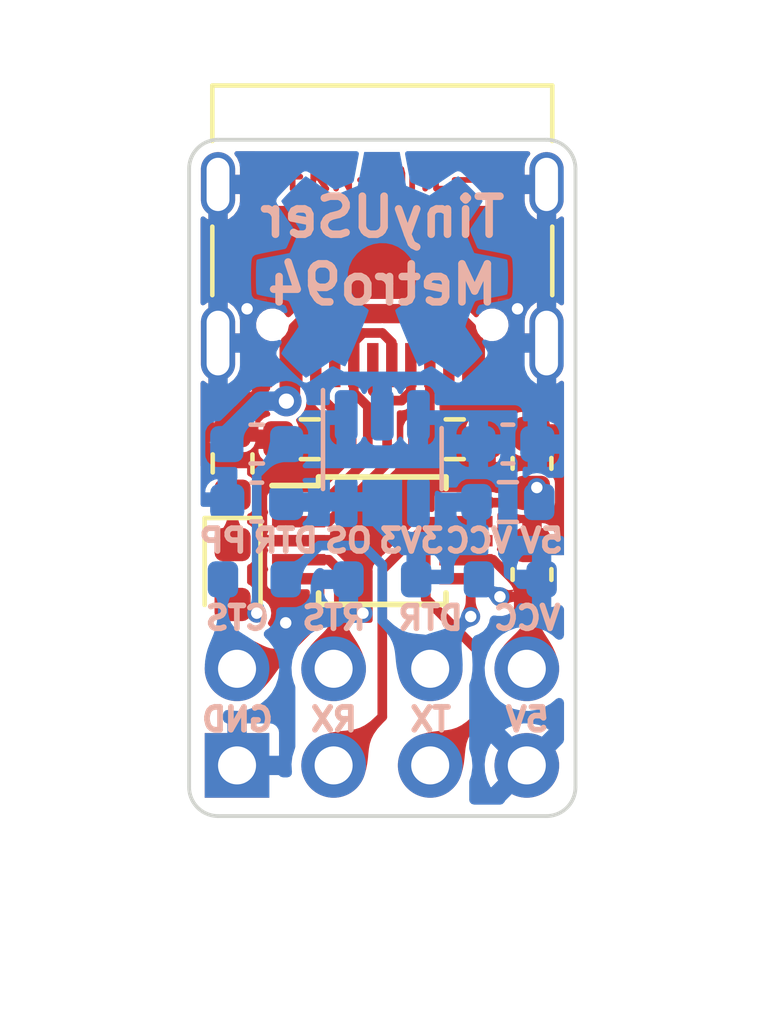
<source format=kicad_pcb>
(kicad_pcb (version 20211014) (generator pcbnew)
  (layers (0 "F.Cu" signal) (31 "B.Cu" signal) (34 "B.Paste" user) (35 "F.Paste" user) (36 "B.SilkS" user "B.Silkscreen") (37 "F.SilkS" user "F.Silkscreen") (38 "B.Mask" user) (39 "F.Mask" user) (44 "Edge.Cuts" user))
  (net 0 "")
  (net 1 "/+5V")
  (net 2 "GND")
  (net 3 "/+3V3")
  (net 4 "Net-(C3-Pad2)")
  (net 5 "/VCC")
  (net 6 "Net-(F1-Pad1)")
  (net 7 "Net-(J1-PadA5)")
  (net 8 "/D+")
  (net 9 "/D-")
  (net 11 "Net-(J1-PadB5)")
  (net 13 "/TNOW")
  (net 14 "/RTS")
  (net 15 "/CTS")
  (net 16 "/TXD")
  (net 17 "/RXD")
  (net 19 "Net-(D1-Pad1)")
  (footprint "Connector_Pin_NoSilkscreen:Pin_2x04_P2.54mm_NoSilkscreen" (layer "F.Cu") (at 59.68 64.708 -90)
    (fp_text reference "J2" hide)
    (fp_text value "Conn_02x04_Top_Bottom")
  )
  (footprint "Package_SO:MSOP-10_3x3mm_P0.5mm" (layer "F.Cu") (at 55.88 61.341)
    (fp_text reference "U2" hide)
    (fp_text value "CH340E")
  )
  (footprint "Capacitor_SMD:C_0603_1608Metric" (layer "F.Cu") (at 59.817 62.23 -90)
    (fp_text reference "C4" hide)
    (fp_text value "0.1μF")
  )
  (footprint "LED_SMD:LED_0603_1608Metric" (layer "F.Cu") (at 51.943 62.23 -90)
    (fp_text reference "D1" hide)
    (fp_text value "LED_Small")
  )
  (footprint "Connector_USB:USB_C_Receptacle_Palconn_UTC16-G" (layer "F.Cu") (at 55.88 54.215 180)
    (fp_text reference "J1" hide)
    (fp_text value "USB_C_Receptacle_USB2.0")
  )
  (footprint "Resistor_SMD:R_0603_1608Metric" (layer "F.Cu") (at 53.975 58.674 180)
    (fp_text reference "R2" hide)
    (fp_text value "5.1kΩ")
  )
  (footprint "Capacitor_SMD:C_0603_1608Metric" (layer "F.Cu") (at 59.817 59.309 -90)
    (fp_text reference "C3" hide)
    (fp_text value "0.1μF")
  )
  (footprint "Resistor_SMD:R_0603_1608Metric" (layer "F.Cu") (at 51.943 59.309 90)
    (fp_text reference "R4" hide)
    (fp_text value "5.1kΩ")
  )
  (footprint "Resistor_SMD:R_0603_1608Metric" (layer "F.Cu") (at 57.785 58.674)
    (fp_text reference "R1" hide)
    (fp_text value "5.1kΩ")
  )
  (footprint "Fuse:Fuse_0603_1608Metric" (layer "B.Cu") (at 52.578 58.801)
    (fp_text reference "F1" hide)
    (fp_text value "Fuse_Small")
  )
  (footprint "Jumper_NoSilkscreen:Jumper-3" (layer "B.Cu") (at 53.34 62.357 180)
    (fp_text reference "JP2" hide)
    (fp_text value "Jumper_3_Open")
  )
  (footprint "Capacitor_SMD:C_0603_1608Metric" (layer "B.Cu") (at 59.182 58.801)
    (fp_text reference "C1" hide)
    (fp_text value "1μF")
  )
  (footprint "Resistor_SMD:R_0603_1608Metric" (layer "B.Cu") (at 59.182 60.325)
    (fp_text reference "R3" hide)
    (fp_text value "0Ω")
  )
  (footprint "Package_TO_SOT_SMD:SOT-23-5" (layer "B.Cu") (at 55.88 59.182 -90)
    (fp_text reference "U1" hide)
    (fp_text value "ME6211C33M5G")
  )
  (footprint "Jumper_NoSilkscreen:Jumper-3" (layer "B.Cu") (at 58.42 62.357 180)
    (fp_text reference "JP1" hide)
    (fp_text value "Jumper_3_Open")
  )
  (footprint "Capacitor_SMD:C_0603_1608Metric" (layer "B.Cu") (at 52.578 60.325 180)
    (fp_text reference "C2" hide)
    (fp_text value "1μF")
  )
  (footprint "Symbol:OSHW-Symbol_6.7x6mm_Copper" (layer "B.Cu") (at 55.88 54.102 180)
    (fp_text reference "REF**" hide)
    (fp_text value "OSHW-Symbol_6.7x6mm_Copper" hide)
  )
  (gr_line (start 60.96 51.562) (end 60.96 67.818) (layer "Edge.Cuts") (width 0.1))
  (gr_line (start 51.562 68.58) (end 60.198 68.58) (layer "Edge.Cuts") (width 0.1))
  (gr_arc (start 50.8 51.562) (mid 51.023185 51.023185) (end 51.562 50.8) (layer "Edge.Cuts") (width 0.1))
  (gr_arc (start 51.562 68.58) (mid 51.023185 68.356815) (end 50.8 67.818) (layer "Edge.Cuts") (width 0.1))
  (gr_arc (start 60.198 50.8) (mid 60.736815 51.023185) (end 60.96 51.562) (layer "Edge.Cuts") (width 0.1))
  (gr_line (start 50.8 51.562) (end 50.8 67.818) (layer "Edge.Cuts") (width 0.1))
  (gr_line (start 51.562 50.8) (end 60.198 50.8) (layer "Edge.Cuts") (width 0.1))
  (gr_arc (start 60.96 67.818) (mid 60.736815 68.356815) (end 60.198 68.58) (layer "Edge.Cuts") (width 0.1))
  (gr_text "CERN-OHL-P" (at 55.88 51.816) (layer "F.Cu") (effects (font (size 0.6 0.6))))
  (gr_text "GND" (at 52.07 66.04) (layer "B.SilkS") (effects (font (size 0.6 0.6)) (justify mirror)))
  (gr_text "CTS" (at 52.07 63.373) (layer "B.SilkS") (effects (font (size 0.6 0.6)) (justify mirror)))
  (gr_text "RX" (at 54.61 66.04) (layer "B.SilkS") (effects (font (size 0.6 0.6)) (justify mirror)))
  (gr_text "Metro94" (at 55.88 54.61) (layer "B.SilkS") (effects (font (size 1 1) (thickness 0.2)) (justify mirror)))
  (gr_text "3V3" (at 56.642 61.341) (layer "B.SilkS") (effects (font (size 0.6 0.6)) (justify mirror)))
  (gr_text "PP" (at 51.689 61.341) (layer "B.SilkS") (effects (font (size 0.6 0.6)) (justify mirror)))
  (gr_text "TinyUSer" (at 55.88 52.832) (layer "B.SilkS") (effects (font (size 1 1) (thickness 0.2)) (justify mirror)))
  (gr_text "VCC" (at 59.69 63.373) (layer "B.SilkS") (effects (font (size 0.6 0.6)) (justify mirror)))
  (gr_text "TX" (at 57.15 66.04) (layer "B.SilkS") (effects (font (size 0.6 0.6)) (justify mirror)))
  (gr_text "5V" (at 59.69 66.04) (layer "B.SilkS") (effects (font (size 0.6 0.6)) (justify mirror)))
  (gr_text "DTR" (at 53.34 61.341) (layer "B.SilkS") (effects (font (size 0.6 0.6)) (justify mirror)))
  (gr_text "OS" (at 54.991 61.341) (layer "B.SilkS") (effects (font (size 0.6 0.6)) (justify mirror)))
  (gr_text "RTS" (at 54.61 63.373) (layer "B.SilkS") (effects (font (size 0.6 0.6)) (justify mirror)))
  (gr_text "DTR" (at 57.15 63.373) (layer "B.SilkS") (effects (font (size 0.6 0.6)) (justify mirror)))
  (gr_text "5V" (at 60.071 61.341) (layer "B.SilkS") (effects (font (size 0.6 0.6)) (justify mirror)))
  (gr_text "VCC" (at 58.42 61.341) (layer "B.SilkS") (effects (font (size 0.6 0.6)) (justify mirror)))
  (via (at 52.578 63.246) (size 0.5) (drill 0.3) (layers "F.Cu" "B.Cu") (net 1))
  (segment (start 52.578 63.246) (end 52.578 59.5885) (width 0.254) (layer "B.Cu") (net 1))
  (segment (start 56.83 58.0445) (end 56.83 58.486) (width 0.254) (layer "B.Cu") (net 1))
  (segment (start 54.93 58.486) (end 54.93 58.0445) (width 0.254) (layer "B.Cu") (net 1))
  (segment (start 52.578 59.5885) (end 53.3655 58.801) (width 0.254) (layer "B.Cu") (net 1))
  (via (at 53.34 63.5) (size 0.5) (drill 0.3) (layers "F.Cu" "B.Cu") (net 2))
  (via (at 59.436 55.245) (size 0.5) (drill 0.3) (layers "F.Cu" "B.Cu") (net 2))
  (via (at 55.372 63.246) (size 0.5) (drill 0.3) (layers "F.Cu" "B.Cu") (net 2))
  (via (at 52.324 55.245) (size 0.5) (drill 0.3) (layers "F.Cu" "B.Cu") (net 2))
  (segment (start 51.803 60.198) (end 51.803 60.325) (width 0.254) (layer "B.Cu") (net 2))
  (segment (start 51.943 60.058) (end 51.803 60.198) (width 0.254) (layer "B.Cu") (net 2))
  (segment (start 53.353 60.325) (end 53.3585 60.3195) (width 0.254) (layer "B.Cu") (net 3))
  (segment (start 58.08 60.341) (end 59.56 60.341) (width 0.254) (layer "F.Cu") (net 4))
  (segment (start 59.944 59.944) (end 59.817 60.071) (width 0.254) (layer "F.Cu") (net 4))
  (segment (start 59.56 60.341) (end 59.817 60.084) (width 0.254) (layer "F.Cu") (net 4))
  (segment (start 59.817 60.071) (end 59.817 60.084) (width 0.254) (layer "F.Cu") (net 4))
  (via (at 59.944 59.944) (size 0.5) (drill 0.3) (layers "F.Cu" "B.Cu") (net 4))
  (segment (start 59.944 59.944) (end 60.007 60.007) (width 0.254) (layer "B.Cu") (net 4))
  (segment (start 60.007 60.007) (end 60.007 60.325) (width 0.254) (layer "B.Cu") (net 4))
  (segment (start 58.793 61.841) (end 59.817 62.865) (width 0.254) (layer "F.Cu") (net 5))
  (segment (start 59.817 62.865) (end 59.817 63.005) (width 0.254) (layer "F.Cu") (net 5))
  (segment (start 58.973516 62.813962) (end 59.625962 62.813962) (width 0.254) (layer "F.Cu") (net 5))
  (segment (start 59.817 63.005) (end 59.817 64.571) (width 0.254) (layer "F.Cu") (net 5))
  (segment (start 59.625962 62.813962) (end 59.817 63.005) (width 0.254) (layer "F.Cu") (net 5))
  (segment (start 58.08 61.841) (end 58.793 61.841) (width 0.254) (layer "F.Cu") (net 5))
  (segment (start 59.817 64.571) (end 59.68 64.708) (width 0.254) (layer "F.Cu") (net 5))
  (via (at 58.973516 62.813962) (size 0.5) (drill 0.3) (layers "F.Cu" "B.Cu") (net 5))
  (segment (start 58.876962 62.813962) (end 58.42 62.357) (width 0.254) (layer "B.Cu") (net 5))
  (segment (start 58.973516 62.813962) (end 58.876962 62.813962) (width 0.254) (layer "B.Cu") (net 5))
  (via (at 53.356991 57.672533) (size 0.8) (drill 0.4) (layers "F.Cu" "B.Cu") (net 6))
  (segment (start 51.7905 58.5725) (end 51.7905 58.801) (width 0.508) (layer "B.Cu") (net 6))
  (segment (start 52.690467 57.672533) (end 51.7905 58.5725) (width 0.508) (layer "B.Cu") (net 6))
  (segment (start 53.356991 57.672533) (end 52.690467 57.672533) (width 0.508) (layer "B.Cu") (net 6))
  (segment (start 57.13 56.756) (end 57.13 58.504) (width 0.254) (layer "F.Cu") (net 7))
  (segment (start 57.13 58.504) (end 56.96 58.674) (width 0.254) (layer "F.Cu") (net 7))
  (segment (start 55.13 56.725) (end 55.13 56.122) (width 0.254) (layer "F.Cu") (net 8))
  (segment (start 54.34 60.341) (end 55.499 59.182) (width 0.254) (layer "F.Cu") (net 8))
  (segment (start 55.372 55.88) (end 55.88 55.88) (width 0.254) (layer "F.Cu") (net 8))
  (segment (start 55.13 56.122) (end 55.372 55.88) (width 0.254) (layer "F.Cu") (net 8))
  (segment (start 55.88 55.88) (end 56.13 56.13) (width 0.254) (layer "F.Cu") (net 8))
  (segment (start 56.13 56.13) (end 56.13 56.725) (width 0.254) (layer "F.Cu") (net 8))
  (segment (start 55.499 59.182) (end 55.499 57.815816) (width 0.254) (layer "F.Cu") (net 8))
  (segment (start 55.13 57.446816) (end 55.13 56.725) (width 0.254) (layer "F.Cu") (net 8))
  (segment (start 53.68 60.341) (end 54.34 60.341) (width 0.254) (layer "F.Cu") (net 8))
  (segment (start 55.499 57.815816) (end 55.13 57.446816) (width 0.254) (layer "F.Cu") (net 8))
  (segment (start 56.63 57.416) (end 56.63 56.756) (width 0.254) (layer "F.Cu") (net 9))
  (segment (start 55.88 57.658) (end 56.388 57.658) (width 0.254) (layer "F.Cu") (net 9))
  (segment (start 53.68 60.841) (end 54.475 60.841) (width 0.254) (layer "F.Cu") (net 9))
  (segment (start 56.388 57.658) (end 56.63 57.416) (width 0.254) (layer "F.Cu") (net 9))
  (segment (start 55.63 57.408) (end 55.88 57.658) (width 0.254) (layer "F.Cu") (net 9))
  (segment (start 55.63 56.756) (end 55.63 57.408) (width 0.254) (layer "F.Cu") (net 9))
  (segment (start 56.007 57.785) (end 55.88 57.658) (width 0.254) (layer "F.Cu") (net 9))
  (segment (start 54.475 60.841) (end 56.007 59.309) (width 0.254) (layer "F.Cu") (net 9))
  (segment (start 56.007 59.309) (end 56.007 57.785) (width 0.254) (layer "F.Cu") (net 9))
  (segment (start 54.8 58.102) (end 54.8 58.674) (width 0.254) (layer "F.Cu") (net 11))
  (segment (start 54.13 57.432) (end 54.8 58.102) (width 0.254) (layer "F.Cu") (net 11))
  (segment (start 54.13 56.756) (end 54.13 57.432) (width 0.254) (layer "F.Cu") (net 11))
  (segment (start 58.204529 63.334471) (end 58.204529 62.465529) (width 0.254) (layer "F.Cu") (net 13))
  (segment (start 58.204529 62.465529) (end 58.08 62.341) (width 0.254) (layer "F.Cu") (net 13))
  (via (at 58.204529 63.334471) (size 0.5) (drill 0.3) (layers "F.Cu" "B.Cu") (net 13))
  (segment (start 57.14 64.399) (end 57.14 64.708) (width 0.254) (layer "B.Cu") (net 13))
  (segment (start 58.204529 63.334471) (end 57.14 64.399) (width 0.254) (layer "B.Cu") (net 13))
  (segment (start 55.88 61.976) (end 55.88 63.448) (width 0.254) (layer "B.Cu") (net 13))
  (segment (start 55.372 61.468) (end 55.88 61.976) (width 0.254) (layer "B.Cu") (net 13))
  (segment (start 55.88 63.448) (end 57.14 64.708) (width 0.254) (layer "B.Cu") (net 13))
  (segment (start 53.34 62.357) (end 54.229 61.468) (width 0.254) (layer "B.Cu") (net 13))
  (segment (start 54.229 61.468) (end 55.372 61.468) (width 0.254) (layer "B.Cu") (net 13))
  (segment (start 53.68 61.841) (end 54.475 61.841) (width 0.254) (layer "F.Cu") (net 14))
  (segment (start 54.737 64.571) (end 54.6 64.708) (width 0.254) (layer "F.Cu") (net 14))
  (segment (start 54.737 62.103) (end 54.737 64.571) (width 0.254) (layer "F.Cu") (net 14))
  (segment (start 54.475 61.841) (end 54.737 62.103) (width 0.254) (layer "F.Cu") (net 14))
  (segment (start 52.06 64.708) (end 52.894 64.708) (width 0.254) (layer "F.Cu") (net 15))
  (segment (start 54.229 63.373) (end 54.229 62.484) (width 0.254) (layer "F.Cu") (net 15))
  (segment (start 54.229 62.484) (end 54.086 62.341) (width 0.254) (layer "F.Cu") (net 15))
  (segment (start 54.086 62.341) (end 53.68 62.341) (width 0.254) (layer "F.Cu") (net 15))
  (segment (start 52.894 64.708) (end 54.229 63.373) (width 0.254) (layer "F.Cu") (net 15))
  (segment (start 51.69 64.338) (end 52.06 64.708) (width 0.254) (layer "B.Cu") (net 15))
  (segment (start 51.69 62.357) (end 51.69 64.338) (width 0.254) (layer "B.Cu") (net 15))
  (segment (start 57.023 62.865) (end 57.023 61.595) (width 0.254) (layer "F.Cu") (net 16))
  (segment (start 58.42 65.968) (end 58.42 64.262) (width 0.254) (layer "F.Cu") (net 16))
  (segment (start 57.023 61.595) (end 57.277 61.341) (width 0.254) (layer "F.Cu") (net 16))
  (segment (start 57.277 61.341) (end 58.08 61.341) (width 0.254) (layer "F.Cu") (net 16))
  (segment (start 57.14 67.248) (end 58.42 65.968) (width 0.254) (layer "F.Cu") (net 16))
  (segment (start 58.42 64.262) (end 57.023 62.865) (width 0.254) (layer "F.Cu") (net 16))
  (segment (start 55.88 65.968) (end 55.88 62.103) (width 0.254) (layer "F.Cu") (net 17))
  (segment (start 57.142 60.841) (end 58.08 60.841) (width 0.254) (layer "F.Cu") (net 17))
  (segment (start 55.88 65.968) (end 54.6 67.248) (width 0.254) (layer "F.Cu") (net 17))
  (segment (start 55.88 62.103) (end 57.142 60.841) (width 0.254) (layer "F.Cu") (net 17))
  (segment (start 51.943 61.4425) (end 51.943 60.134) (width 0.254) (layer "F.Cu") (net 19))
  (zone (net 2) (net_name "GND") (layer "F.Cu") (priority 1) (connect_pads thru_hole_only (clearance 0.127)) (min_thickness 0.127) (fill yes (thermal_gap 0.127) (thermal_bridge_width 0.508))
    (polygon (pts (xy 52.832 56.261) (xy 51.816 56.261) (xy 51.816 54.991) (xy 52.832 54.991)))
  )
  (zone (net 4) (net_name "Net-(C3-Pad2)") (layer "F.Cu") (priority 16962) (connect_pads yes (clearance 0)) (min_thickness 0.0254) (fill yes (thermal_gap 0.508) (thermal_bridge_width 0.508))
    (polygon (pts (xy 58.37 60.214) (xy 58.337352 60.214236) (xy 58.306863 60.214803) (xy 58.278572 60.215492) (xy 58.252518 60.216091) (xy 58.228741 60.216389) (xy 58.20728 60.216176) (xy 58.188174 60.215241) (xy 58.171463 60.213374) (xy 58.157186 60.210364) (xy 58.145383 60.206) (xy 58.005 60.341) (xy 58.145383 60.476) (xy 58.157186 60.471635) (xy 58.171463 60.468625) (xy 58.188174 60.466758) (xy 58.20728 60.465823) (xy 58.228741 60.46561) (xy 58.252518 60.465908) (xy 58.278572 60.466507) (xy 58.306863 60.467196) (xy 58.337352 60.467763) (xy 58.37 60.468)))
  )
  (zone (net 17) (net_name "/RXD") (layer "F.Cu") (priority 16962) (connect_pads yes (clearance 0)) (min_thickness 0.0254) (fill yes (thermal_gap 0.508) (thermal_bridge_width 0.508))
    (polygon (pts (xy 57.79 60.968) (xy 57.822647 60.967763) (xy 57.853136 60.967196) (xy 57.881427 60.966507) (xy 57.907481 60.965908) (xy 57.931258 60.96561) (xy 57.952719 60.965823) (xy 57.971825 60.966758) (xy 57.988536 60.968625) (xy 58.002813 60.971635) (xy 58.014617 60.976) (xy 58.155 60.841) (xy 58.014617 60.706) (xy 58.002813 60.710364) (xy 57.988536 60.713374) (xy 57.971825 60.715241) (xy 57.952719 60.716176) (xy 57.931258 60.716389) (xy 57.907481 60.716091) (xy 57.881427 60.715492) (xy 57.853136 60.714803) (xy 57.822647 60.714236) (xy 57.79 60.714)))
  )
  (zone (net 6) (net_name "Net-(F1-Pad1)") (layer "F.Cu") (priority 1) (connect_pads yes (clearance 0.127)) (min_thickness 0.127) (fill yes (thermal_gap 0.127) (thermal_bridge_width 0.127) (smoothing chamfer) (radius 0.127))
    (polygon (pts (xy 58.547 55.88) (xy 58.547 57.277) (xy 58.039 57.277) (xy 58.039 56.134) (xy 57.531 55.626) (xy 54.229 55.626) (xy 53.721 56.134) (xy 53.721 57.785) (xy 53.213 57.785) (xy 53.213 55.88) (xy 53.975 55.118) (xy 57.785 55.118)))
  )
  (zone (net 5) (net_name "/VCC") (layer "F.Cu") (priority 16962) (connect_pads yes (clearance 0)) (min_thickness 0.0254) (fill yes (thermal_gap 0.508) (thermal_bridge_width 0.508))
    (polygon (pts (xy 59.69 63.011) (xy 59.679805 63.201313) (xy 59.650614 63.35701) (xy 59.604517 63.485288) (xy 59.543603 63.593345) (xy 59.469962 63.688377) (xy 59.385682 63.777584) (xy 59.292854 63.868162) (xy 59.193567 63.967308) (xy 59.089911 64.082221) (xy 58.983975 64.220098) (xy 59.61214 65.127547) (xy 60.494344 64.464397) (xy 60.431181 64.285047) (xy 60.361646 64.135578) (xy 60.288806 64.007618) (xy 60.215728 63.892796) (xy 60.145478 63.782742) (xy 60.081124 63.669085) (xy 60.025732 63.543453) (xy 59.98237 63.397475) (xy 59.954103 63.222781) (xy 59.944 63.011)))
  )
  (zone (net 8) (net_name "/D+") (layer "F.Cu") (priority 16962) (connect_pads yes (clearance 0)) (min_thickness 0.0254) (fill yes (thermal_gap 0.508) (thermal_bridge_width 0.508))
    (polygon (pts (xy 53.97 60.214) (xy 53.937352 60.214236) (xy 53.906863 60.214803) (xy 53.878572 60.215492) (xy 53.852518 60.216091) (xy 53.828741 60.216389) (xy 53.80728 60.216176) (xy 53.788174 60.215241) (xy 53.771463 60.213374) (xy 53.757186 60.210364) (xy 53.745383 60.206) (xy 53.605 60.341) (xy 53.745383 60.476) (xy 53.757186 60.471635) (xy 53.771463 60.468625) (xy 53.788174 60.466758) (xy 53.80728 60.465823) (xy 53.828741 60.46561) (xy 53.852518 60.465908) (xy 53.878572 60.466507) (xy 53.906863 60.467196) (xy 53.937352 60.467763) (xy 53.97 60.468)))
  )
  (zone (net 9) (net_name "/D-") (layer "F.Cu") (priority 16962) (connect_pads yes (clearance 0)) (min_thickness 0.0254) (fill yes (thermal_gap 0.508) (thermal_bridge_width 0.508))
    (polygon (pts (xy 53.97 60.714) (xy 53.937352 60.714236) (xy 53.906863 60.714803) (xy 53.878572 60.715492) (xy 53.852518 60.716091) (xy 53.828741 60.716389) (xy 53.80728 60.716176) (xy 53.788174 60.715241) (xy 53.771463 60.713374) (xy 53.757186 60.710364) (xy 53.745383 60.706) (xy 53.605 60.841) (xy 53.745383 60.976) (xy 53.757186 60.971635) (xy 53.771463 60.968625) (xy 53.788174 60.966758) (xy 53.80728 60.965823) (xy 53.828741 60.96561) (xy 53.852518 60.965908) (xy 53.878572 60.966507) (xy 53.906863 60.967196) (xy 53.937352 60.967763) (xy 53.97 60.968)))
  )
  (zone (net 16) (net_name "/TXD") (layer "F.Cu") (priority 16962) (connect_pads yes (clearance 0)) (min_thickness 0.0254) (fill yes (thermal_gap 0.508) (thermal_bridge_width 0.508))
    (polygon (pts (xy 57.79 61.468) (xy 57.822647 61.467763) (xy 57.853136 61.467196) (xy 57.881427 61.466507) (xy 57.907481 61.465908) (xy 57.931258 61.46561) (xy 57.952719 61.465823) (xy 57.971825 61.466758) (xy 57.988536 61.468625) (xy 58.002813 61.471635) (xy 58.014617 61.476) (xy 58.155 61.341) (xy 58.014617 61.206) (xy 58.002813 61.210364) (xy 57.988536 61.213374) (xy 57.971825 61.215241) (xy 57.952719 61.216176) (xy 57.931258 61.216389) (xy 57.907481 61.216091) (xy 57.881427 61.215492) (xy 57.853136 61.214803) (xy 57.822647 61.214236) (xy 57.79 61.214)))
  )
  (zone (net 11) (net_name "Net-(J1-PadB5)") (layer "F.Cu") (priority 16962) (connect_pads yes (clearance 0)) (min_thickness 0.0254) (fill yes (thermal_gap 0.508) (thermal_bridge_width 0.508))
    (polygon (pts (xy 54.548978 58.030583) (xy 54.589717 58.080095) (xy 54.611621 58.126988) (xy 54.61745 58.172027) (xy 54.609965 58.215977) (xy 54.591925 58.259603) (xy 54.566089 58.30367) (xy 54.535219 58.348943) (xy 54.502074 58.396186) (xy 54.469414 58.446165) (xy 54.44 58.499645) (xy 54.8 58.874) (xy 55.082842 58.391158) (xy 55.031722 58.334832) (xy 54.993073 58.282053) (xy 54.963525 58.231682) (xy 54.939711 58.182583) (xy 54.918261 58.133617) (xy 54.895807 58.083647) (xy 54.868981 58.031535) (xy 54.834414 57.976145) (xy 54.788737 57.916338) (xy 54.728583 57.850978)))
  )
  (zone (net 19) (net_name "Net-(D1-Pad1)") (layer "F.Cu") (priority 16962) (connect_pads yes (clearance 0)) (min_thickness 0.0254) (fill yes (thermal_gap 0.508) (thermal_bridge_width 0.508))
    (polygon (pts (xy 52.07 60.924) (xy 52.073218 60.833609) (xy 52.082477 60.757857) (xy 52.097186 60.693656) (xy 52.116752 60.637919) (xy 52.140583 60.587559) (xy 52.168088 60.539488) (xy 52.198674 60.49062) (xy 52.231749 60.437866) (xy 52.266722 60.37814) (xy 52.303 60.308355) (xy 51.943 59.934) (xy 51.583 60.308355) (xy 51.619277 60.37814) (xy 51.65425 60.437866) (xy 51.687325 60.49062) (xy 51.717911 60.539488) (xy 51.745416 60.587559) (xy 51.769247 60.637919) (xy 51.788813 60.693656) (xy 51.803522 60.757857) (xy 51.812781 60.833609) (xy 51.816 60.924)))
  )
  (zone (net 15) (net_name "/CTS") (layer "F.Cu") (priority 16962) (connect_pads yes (clearance 0)) (min_thickness 0.0254) (fill yes (thermal_gap 0.508) (thermal_bridge_width 0.508))
    (polygon (pts (xy 53.97 62.214) (xy 53.937352 62.214236) (xy 53.906863 62.214803) (xy 53.878572 62.215492) (xy 53.852518 62.216091) (xy 53.828741 62.216389) (xy 53.80728 62.216176) (xy 53.788174 62.215241) (xy 53.771463 62.213374) (xy 53.757186 62.210364) (xy 53.745383 62.206) (xy 53.605 62.341) (xy 53.745383 62.476) (xy 53.757186 62.471635) (xy 53.771463 62.468625) (xy 53.788174 62.466758) (xy 53.80728 62.465823) (xy 53.828741 62.46561) (xy 53.852518 62.465908) (xy 53.878572 62.466507) (xy 53.906863 62.467196) (xy 53.937352 62.467763) (xy 53.97 62.468)))
  )
  (zone (net 2) (net_name "GND") (layer "F.Cu") (connect_pads (clearance 0.127)) (min_thickness 0.127) (fill yes (thermal_gap 0.127) (thermal_bridge_width 0.508))
    (polygon (pts (xy 60.96 50.8) (xy 60.96 61.722) (xy 55.88 61.722) (xy 55.88 63.5) (xy 53.848 63.5) (xy 53.848 63.754) (xy 53.086 63.754) (xy 52.324 62.992) (xy 52.324 59.436) (xy 50.8 59.436) (xy 50.8 50.8)))
  )
  (zone (net 15) (net_name "/CTS") (layer "F.Cu") (priority 16962) (connect_pads yes (clearance 0)) (min_thickness 0.0254) (fill yes (thermal_gap 0.508) (thermal_bridge_width 0.508))
    (polygon (pts (xy 53.426451 63.995944) (xy 53.321694 64.086586) (xy 53.222046 64.145375) (xy 53.125864 64.176188) (xy 53.031501 64.182899) (xy 52.937312 64.169384) (xy 52.841654 64.139517) (xy 52.742881 64.097175) (xy 52.639348 64.046232) (xy 52.52941 63.990565) (xy 52.411422 63.934048) (xy 51.635131 64.718538) (xy 52.66104 65.30904) (xy 52.785294 65.179508) (xy 52.886033 65.064445) (xy 52.969595 64.959774) (xy 53.042319 64.861417) (xy 53.110544 64.765297) (xy 53.18061 64.667337) (xy 53.258855 64.563459) (xy 53.351619 64.449587) (xy 53.465239 64.321642) (xy 53.606056 64.175549)))
  )
  (zone (net 14) (net_name "/RTS") (layer "F.Cu") (priority 16962) (connect_pads yes (clearance 0)) (min_thickness 0.0254) (fill yes (thermal_gap 0.508) (thermal_bridge_width 0.508))
    (polygon (pts (xy 54.61 63.011) (xy 54.599805 63.201313) (xy 54.570614 63.35701) (xy 54.524517 63.485288) (xy 54.463603 63.593345) (xy 54.389962 63.688377) (xy 54.305682 63.777584) (xy 54.212854 63.868162) (xy 54.113567 63.967308) (xy 54.009911 64.082221) (xy 53.903975 64.220098) (xy 54.53214 65.127547) (xy 55.414344 64.464397) (xy 55.351181 64.285047) (xy 55.281646 64.135578) (xy 55.208806 64.007618) (xy 55.135728 63.892796) (xy 55.065478 63.782742) (xy 55.001124 63.669085) (xy 54.945732 63.543453) (xy 54.90237 63.397475) (xy 54.874103 63.222781) (xy 54.864 63.011)))
  )
  (zone (net 11) (net_name "Net-(J1-PadB5)") (layer "F.Cu") (priority 16962) (connect_pads yes (clearance 0)) (min_thickness 0.0254) (fill yes (thermal_gap 0.508) (thermal_bridge_width 0.508))
    (polygon (pts (xy 54.257 57.026) (xy 54.256741 56.991755) (xy 54.256116 56.959773) (xy 54.25535 56.930097) (xy 54.254668 56.902767) (xy 54.254298 56.877825) (xy 54.254463 56.855312) (xy 54.25539 56.83527) (xy 54.257305 56.81774) (xy 54.260433 56.802764) (xy 54.265 56.790383) (xy 54.13 56.65) (xy 53.995 56.790383) (xy 53.999566 56.802764) (xy 54.002694 56.81774) (xy 54.004609 56.83527) (xy 54.005536 56.855312) (xy 54.005701 56.877825) (xy 54.005331 56.902767) (xy 54.004649 56.930097) (xy 54.003883 56.959773) (xy 54.003258 56.991755) (xy 54.003 57.026)))
  )
  (zone (net 4) (net_name "Net-(C3-Pad2)") (layer "F.Cu") (priority 16962) (connect_pads yes (clearance 0)) (min_thickness 0.0254) (fill yes (thermal_gap 0.508) (thermal_bridge_width 0.508))
    (polygon (pts (xy 58.99 60.468) (xy 59.104316 60.469848) (xy 59.201022 60.474864) (xy 59.284087 60.482255) (xy 59.357481 60.491232) (xy 59.425171 60.501) (xy 59.491128 60.510768) (xy 59.55932 60.519744) (xy 59.633717 60.527136) (xy 59.718287 60.532152) (xy 59.817 60.534) (xy 60.002911 59.957265) (xy 59.426803 59.859845) (xy 59.392871 59.920751) (xy 59.362078 59.977254) (xy 59.332434 60.02888) (xy 59.301949 60.075156) (xy 59.268635 60.115611) (xy 59.230502 60.14977) (xy 59.185561 60.177161) (xy 59.131823 60.197312) (xy 59.067299 60.209749) (xy 58.99 60.214)))
  )
  (zone (net 5) (net_name "/VCC") (layer "F.Cu") (priority 16962) (connect_pads yes (clearance 0)) (min_thickness 0.0254) (fill yes (thermal_gap 0.508) (thermal_bridge_width 0.508))
    (polygon (pts (xy 59.168584 62.396189) (xy 59.232547 62.46592) (xy 59.279911 62.530057) (xy 59.313246 62.590383) (xy 59.335125 62.648678) (xy 59.34812 62.706723) (xy 59.354802 62.7663) (xy 59.357744 62.82919) (xy 59.359518 62.897175) (xy 59.362695 62.972035) (xy 59.369849 63.055552) (xy 59.937203 63.1952) (xy 60.05457 62.622822) (xy 59.9702 62.574239) (xy 59.894401 62.53714) (xy 59.825104 62.507882) (xy 59.760238 62.482822) (xy 59.697734 62.458316) (xy 59.635521 62.43072) (xy 59.57153 62.396393) (xy 59.503691 62.351689) (xy 59.429934 62.292967) (xy 59.348189 62.216584)))
  )
  (zone (net 7) (net_name "Net-(J1-PadA5)") (layer "F.Cu") (priority 16962) (connect_pads yes (clearance 0)) (min_thickness 0.0254) (fill yes (thermal_gap 0.508) (thermal_bridge_width 0.508))
    (polygon (pts (xy 57.257 57.026) (xy 57.256741 56.991755) (xy 57.256116 56.959773) (xy 57.25535 56.930097) (xy 57.254668 56.902767) (xy 57.254298 56.877825) (xy 57.254463 56.855312) (xy 57.25539 56.83527) (xy 57.257305 56.81774) (xy 57.260433 56.802764) (xy 57.265 56.790383) (xy 57.13 56.65) (xy 56.995 56.790383) (xy 56.999566 56.802764) (xy 57.002694 56.81774) (xy 57.004609 56.83527) (xy 57.005536 56.855312) (xy 57.005701 56.877825) (xy 57.005331 56.902767) (xy 57.004649 56.930097) (xy 57.003883 56.959773) (xy 57.003258 56.991755) (xy 57.003 57.026)))
  )
  (zone (net 9) (net_name "/D-") (layer "F.Cu") (priority 16962) (connect_pads yes (clearance 0)) (min_thickness 0.0254) (fill yes (thermal_gap 0.508) (thermal_bridge_width 0.508))
    (polygon (pts (xy 55.757 57.026) (xy 55.756741 56.991755) (xy 55.756116 56.959773) (xy 55.75535 56.930097) (xy 55.754668 56.902767) (xy 55.754298 56.877825) (xy 55.754463 56.855312) (xy 55.75539 56.83527) (xy 55.757305 56.81774) (xy 55.760433 56.802764) (xy 55.765 56.790383) (xy 55.63 56.65) (xy 55.495 56.790383) (xy 55.499566 56.802764) (xy 55.502694 56.81774) (xy 55.504609 56.83527) (xy 55.505536 56.855312) (xy 55.505701 56.877825) (xy 55.505331 56.902767) (xy 55.504649 56.930097) (xy 55.503883 56.959773) (xy 55.503258 56.991755) (xy 55.503 57.026)))
  )
  (zone (net 4) (net_name "Net-(C3-Pad2)") (layer "F.Cu") (priority 16962) (connect_pads yes (clearance 0)) (min_thickness 0.0254) (fill yes (thermal_gap 0.508) (thermal_bridge_width 0.508))
    (polygon (pts (xy 59.680529 60.400076) (xy 59.722174 60.359525) (xy 59.759197 60.325885) (xy 59.792809 60.298084) (xy 59.824222 60.275052) (xy 59.854647 60.255719) (xy 59.885296 60.239016) (xy 59.917382 60.223871) (xy 59.952115 60.209216) (xy 59.990708 60.19398) (xy 60.034374 60.177093) (xy 60.029195 59.85253) (xy 59.705083 59.870391) (xy 59.691684 59.913816) (xy 59.679351 59.952291) (xy 59.667101 59.986969) (xy 59.653948 60.019006) (xy 59.638908 60.049558) (xy 59.620995 60.07978) (xy 59.599225 60.110827) (xy 59.572613 60.143854) (xy 59.540174 60.180017) (xy 59.500924 60.220471)))
  )
  (zone (net 7) (net_name "Net-(J1-PadA5)") (layer "F.Cu") (priority 16962) (connect_pads yes (clearance 0)) (min_thickness 0.0254) (fill yes (thermal_gap 0.508) (thermal_bridge_width 0.508))
    (polygon (pts (xy 57.003 57.904) (xy 56.999555 57.979573) (xy 56.98943 58.043044) (xy 56.972939 58.096499) (xy 56.950397 58.14202) (xy 56.922118 58.181692) (xy 56.888416 58.2176) (xy 56.849606 58.251827) (xy 56.806002 58.286457) (xy 56.757919 58.323576) (xy 56.70567 58.365267) (xy 56.8765 58.855735) (xy 57.359917 58.665867) (xy 57.355414 58.575208) (xy 57.346652 58.497581) (xy 57.334745 58.429304) (xy 57.320808 58.366697) (xy 57.305957 58.306079) (xy 57.291305 58.24377) (xy 57.277969 58.176088) (xy 57.267062 58.099352) (xy 57.259701 58.009883) (xy 57.257 57.904)))
  )
  (zone (net 5) (net_name "/VCC") (layer "F.Cu") (priority 16962) (connect_pads yes (clearance 0)) (min_thickness 0.0254) (fill yes (thermal_gap 0.508) (thermal_bridge_width 0.508))
    (polygon (pts (xy 59.944 63.895) (xy 59.947998 63.792571) (xy 59.959451 63.707117) (xy 59.977548 63.635026) (xy 60.001475 63.572687) (xy 60.03042 63.516486) (xy 60.063572 63.462813) (xy 60.100118 63.408055) (xy 60.139246 63.348599) (xy 60.180144 63.280835) (xy 60.222 63.20115) (xy 59.817 62.78) (xy 59.412 63.20115) (xy 59.453855 63.280835) (xy 59.494753 63.348599) (xy 59.533881 63.408055) (xy 59.570427 63.462813) (xy 59.603579 63.516486) (xy 59.632524 63.572687) (xy 59.656451 63.635026) (xy 59.674548 63.707117) (xy 59.686001 63.792571) (xy 59.69 63.895)))
  )
  (zone (net 13) (net_name "/TNOW") (layer "F.Cu") (priority 16962) (connect_pads yes (clearance 0)) (min_thickness 0.0254) (fill yes (thermal_gap 0.508) (thermal_bridge_width 0.508))
    (polygon (pts (xy 58.331529 62.589418) (xy 58.328686 62.551116) (xy 58.320969 62.516537) (xy 58.309598 62.485406) (xy 58.29579 62.457449) (xy 58.280764 62.432392) (xy 58.265738 62.40996) (xy 58.25193 62.38988) (xy 58.240559 62.371876) (xy 58.232842 62.355674) (xy 58.23 62.341) (xy 58.026967 62.287967) (xy 58.030774 62.482692) (xy 58.036734 62.485723) (xy 58.042986 62.490752) (xy 58.049314 62.497666) (xy 58.0555 62.506353) (xy 58.061329 62.516701) (xy 58.066584 62.528597) (xy 58.071047 62.541929) (xy 58.074504 62.556585) (xy 58.076736 62.572452) (xy 58.077529 62.589418)))
  )
  (zone (net 8) (net_name "/D+") (layer "F.Cu") (priority 16962) (connect_pads yes (clearance 0)) (min_thickness 0.0254) (fill yes (thermal_gap 0.508) (thermal_bridge_width 0.508))
    (polygon (pts (xy 56.003 56.435) (xy 56.003236 56.467647) (xy 56.003803 56.498136) (xy 56.004492 56.526427) (xy 56.005091 56.552481) (xy 56.005389 56.576258) (xy 56.005176 56.597719) (xy 56.004241 56.616825) (xy 56.002374 56.633536) (xy 55.999364 56.647813) (xy 55.995 56.659617) (xy 56.13 56.8) (xy 56.265 56.659617) (xy 56.260635 56.647813) (xy 56.257625 56.633536) (xy 56.255758 56.616825) (xy 56.254823 56.597719) (xy 56.25461 56.576258) (xy 56.254908 56.552481) (xy 56.255507 56.526427) (xy 56.256196 56.498136) (xy 56.256763 56.467647) (xy 56.257 56.435)))
  )
  (zone (net 8) (net_name "/D+") (layer "F.Cu") (priority 16962) (connect_pads yes (clearance 0)) (min_thickness 0.0254) (fill yes (thermal_gap 0.508) (thermal_bridge_width 0.508))
    (polygon (pts (xy 55.003 56.435) (xy 55.003236 56.467647) (xy 55.003803 56.498136) (xy 55.004492 56.526427) (xy 55.005091 56.552481) (xy 55.005389 56.576258) (xy 55.005176 56.597719) (xy 55.004241 56.616825) (xy 55.002374 56.633536) (xy 54.999364 56.647813) (xy 54.995 56.659617) (xy 55.13 56.8) (xy 55.265 56.659617) (xy 55.260635 56.647813) (xy 55.257625 56.633536) (xy 55.255758 56.616825) (xy 55.254823 56.597719) (xy 55.25461 56.576258) (xy 55.254908 56.552481) (xy 55.255507 56.526427) (xy 55.256196 56.498136) (xy 55.256763 56.467647) (xy 55.257 56.435)))
  )
  (zone (net 19) (net_name "Net-(D1-Pad1)") (layer "F.Cu") (priority 16962) (connect_pads yes (clearance 0)) (min_thickness 0.0254) (fill yes (thermal_gap 0.508) (thermal_bridge_width 0.508))
    (polygon (pts (xy 51.816 60.575) (xy 51.812208 60.674744) (xy 51.801333 60.758062) (xy 51.784125 60.828442) (xy 51.761331 60.88937) (xy 51.733703 60.944336) (xy 51.701987 60.996827) (xy 51.666935 61.050331) (xy 51.629295 61.108335) (xy 51.589817 61.174329) (xy 51.54925 61.251799) (xy 51.943 61.66125) (xy 52.33675 61.251799) (xy 52.296182 61.174329) (xy 52.256704 61.108335) (xy 52.219064 61.050331) (xy 52.184012 60.996827) (xy 52.152296 60.944336) (xy 52.124668 60.88937) (xy 52.101874 60.828442) (xy 52.084666 60.758062) (xy 52.073791 60.674744) (xy 52.07 60.575)))
  )
  (zone (net 9) (net_name "/D-") (layer "F.Cu") (priority 16962) (connect_pads yes (clearance 0)) (min_thickness 0.0254) (fill yes (thermal_gap 0.508) (thermal_bridge_width 0.508))
    (polygon (pts (xy 56.757 57.026) (xy 56.756741 56.991755) (xy 56.756116 56.959773) (xy 56.75535 56.930097) (xy 56.754668 56.902767) (xy 56.754298 56.877825) (xy 56.754463 56.855312) (xy 56.75539 56.83527) (xy 56.757305 56.81774) (xy 56.760433 56.802764) (xy 56.765 56.790383) (xy 56.63 56.65) (xy 56.495 56.790383) (xy 56.499566 56.802764) (xy 56.502694 56.81774) (xy 56.504609 56.83527) (xy 56.505536 56.855312) (xy 56.505701 56.877825) (xy 56.505331 56.902767) (xy 56.504649 56.930097) (xy 56.503883 56.959773) (xy 56.503258 56.991755) (xy 56.503 57.026)))
  )
  (zone (net 13) (net_name "/TNOW") (layer "F.Cu") (priority 16962) (connect_pads yes (clearance 0)) (min_thickness 0.0254) (fill yes (thermal_gap 0.508) (thermal_bridge_width 0.508))
    (polygon (pts (xy 58.077529 62.844471) (xy 58.076629 62.899132) (xy 58.073895 62.946094) (xy 58.069273 62.986864) (xy 58.062708 63.022948) (xy 58.054148 63.055855) (xy 58.043538 63.087093) (xy 58.030825 63.118169) (xy 58.015954 63.15059) (xy 57.998874 63.185864) (xy 57.979529 63.225499) (xy 58.204529 63.459471) (xy 58.429529 63.225499) (xy 58.410183 63.185864) (xy 58.393103 63.15059) (xy 58.378232 63.118169) (xy 58.365519 63.087093) (xy 58.354909 63.055855) (xy 58.346349 63.022948) (xy 58.339784 62.986864) (xy 58.335162 62.946094) (xy 58.332428 62.899132) (xy 58.331529 62.844471)))
  )
  (zone (net 0) (net_name "") (layer "F.Cu") (connect_pads thru_hole_only (clearance 0)) (min_thickness 0.127)
    (keepout (tracks allowed) (vias allowed) (pads allowed) (copperpour not_allowed) (footprints allowed))
    (fill (thermal_gap 0.127) (thermal_bridge_width 0.508))
    (polygon (pts (xy 53.086 56.896) (xy 52.451 56.896) (xy 52.451 57.404) (xy 51.689 57.404) (xy 51.689 56.388) (xy 53.086 56.388)))
  )
  (zone (net 2) (net_name "GND") (layer "F.Cu") (priority 1) (connect_pads thru_hole_only (clearance 0.127)) (min_thickness 0.127) (fill yes (thermal_gap 0.127) (thermal_bridge_width 0.508))
    (polygon (pts (xy 59.944 56.261) (xy 58.928 56.261) (xy 58.928 54.991) (xy 59.944 54.991)))
  )
  (zone (net 8) (net_name "/D+") (layer "F.Cu") (priority 16962) (connect_pads yes (clearance 0)) (min_thickness 0.0254) (fill yes (thermal_gap 0.508) (thermal_bridge_width 0.508))
    (polygon (pts (xy 55.257 57.015) (xy 55.256763 56.982352) (xy 55.256196 56.951863) (xy 55.255507 56.923572) (xy 55.254908 56.897518) (xy 55.25461 56.873741) (xy 55.254823 56.85228) (xy 55.255758 56.833174) (xy 55.257625 56.816463) (xy 55.260635 56.802186) (xy 55.265 56.790383) (xy 55.13 56.65) (xy 54.995 56.790383) (xy 54.999364 56.802186) (xy 55.002374 56.816463) (xy 55.004241 56.833174) (xy 55.005176 56.85228) (xy 55.005389 56.873741) (xy 55.005091 56.897518) (xy 55.004492 56.923572) (xy 55.003803 56.951863) (xy 55.003236 56.982352) (xy 55.003 57.015)))
  )
  (zone (net 16) (net_name "/TXD") (layer "F.Cu") (priority 16962) (connect_pads yes (clearance 0)) (min_thickness 0.0254) (fill yes (thermal_gap 0.508) (thermal_bridge_width 0.508))
    (polygon (pts (xy 58.245207 65.963188) (xy 58.097025 66.096869) (xy 57.960914 66.191913) (xy 57.833161 66.255684) (xy 57.710054 66.295548) (xy 57.587879 66.318867) (xy 57.462925 66.333008) (xy 57.331477 66.345335) (xy 57.189824 66.363212) (xy 57.034253 66.394004) (xy 56.861051 66.445076) (xy 56.83948 67.54852) (xy 57.942924 67.526949) (xy 57.993995 67.353746) (xy 58.024787 67.198175) (xy 58.042664 67.056522) (xy 58.054991 66.925074) (xy 58.069132 66.80012) (xy 58.092451 66.677945) (xy 58.132315 66.554838) (xy 58.196086 66.427085) (xy 58.29113 66.290974) (xy 58.424812 66.142793)))
  )
  (zone (net 5) (net_name "/VCC") (layer "F.Cu") (priority 16962) (connect_pads yes (clearance 0)) (min_thickness 0.0254) (fill yes (thermal_gap 0.508) (thermal_bridge_width 0.508))
    (polygon (pts (xy 58.99107 62.686962) (xy 58.922291 62.683267) (xy 58.950931 62.673237) (xy 59.053071 62.658458) (xy 59.204796 62.640511) (xy 59.382186 62.620981) (xy 59.561323 62.60145) (xy 59.718292 62.583503) (xy 59.829172 62.568724) (xy 59.870047 62.558694) (xy 59.817 62.555) (xy 60.021039 63.099831) (xy 59.809819 62.555058) (xy 59.680034 62.567373) (xy 59.531667 62.597578) (xy 59.375679 62.641154) (xy 59.22303 62.693581) (xy 59.084681 62.75034) (xy 58.971593 62.806913) (xy 58.894728 62.858781) (xy 58.865044 62.901424) (xy 58.893505 62.930324) (xy 58.99107 62.940962)))
  )
  (zone (net 5) (net_name "/VCC") (layer "F.Cu") (priority 16962) (connect_pads yes (clearance 0)) (min_thickness 0.0254) (fill yes (thermal_gap 0.508) (thermal_bridge_width 0.508))
    (polygon (pts (xy 58.37 61.714) (xy 58.337352 61.714236) (xy 58.306863 61.714803) (xy 58.278572 61.715492) (xy 58.252518 61.716091) (xy 58.228741 61.716389) (xy 58.20728 61.716176) (xy 58.188174 61.715241) (xy 58.171463 61.713374) (xy 58.157186 61.710364) (xy 58.145383 61.706) (xy 58.005 61.841) (xy 58.145383 61.976) (xy 58.157186 61.971635) (xy 58.171463 61.968625) (xy 58.188174 61.966758) (xy 58.20728 61.965823) (xy 58.228741 61.96561) (xy 58.252518 61.965908) (xy 58.278572 61.966507) (xy 58.306863 61.967196) (xy 58.337352 61.967763) (xy 58.37 61.968)))
  )
  (zone (net 17) (net_name "/RXD") (layer "F.Cu") (priority 16962) (connect_pads yes (clearance 0)) (min_thickness 0.0254) (fill yes (thermal_gap 0.508) (thermal_bridge_width 0.508))
    (polygon (pts (xy 55.705207 65.963188) (xy 55.557025 66.096869) (xy 55.420914 66.191913) (xy 55.293161 66.255684) (xy 55.170054 66.295548) (xy 55.047879 66.318867) (xy 54.922925 66.333008) (xy 54.791477 66.345335) (xy 54.649824 66.363212) (xy 54.494253 66.394004) (xy 54.321051 66.445076) (xy 54.29948 67.54852) (xy 55.402924 67.526949) (xy 55.453995 67.353746) (xy 55.484787 67.198175) (xy 55.502664 67.056522) (xy 55.514991 66.925074) (xy 55.529132 66.80012) (xy 55.552451 66.677945) (xy 55.592315 66.554838) (xy 55.656086 66.427085) (xy 55.75113 66.290974) (xy 55.884812 66.142793)))
  )
  (zone (net 5) (net_name "/VCC") (layer "F.Cu") (priority 16962) (connect_pads yes (clearance 0)) (min_thickness 0.0254) (fill yes (thermal_gap 0.508) (thermal_bridge_width 0.508))
    (polygon (pts (xy 59.463516 62.686962) (xy 59.408854 62.686062) (xy 59.361892 62.683328) (xy 59.321122 62.678706) (xy 59.285038 62.672141) (xy 59.252131 62.663581) (xy 59.220893 62.652971) (xy 59.189817 62.640258) (xy 59.157396 62.625387) (xy 59.122122 62.608307) (xy 59.082488 62.588962) (xy 58.848516 62.813962) (xy 59.082488 63.038962) (xy 59.122122 63.019616) (xy 59.157396 63.002536) (xy 59.189817 62.987665) (xy 59.220893 62.974952) (xy 59.252131 62.964342) (xy 59.285038 62.955782) (xy 59.321122 62.949217) (xy 59.361892 62.944595) (xy 59.408854 62.941861) (xy 59.463516 62.940962)))
  )
  (zone (net 14) (net_name "/RTS") (layer "F.Cu") (priority 16962) (connect_pads yes (clearance 0)) (min_thickness 0.0254) (fill yes (thermal_gap 0.508) (thermal_bridge_width 0.508))
    (polygon (pts (xy 53.97 61.714) (xy 53.937352 61.714236) (xy 53.906863 61.714803) (xy 53.878572 61.715492) (xy 53.852518 61.716091) (xy 53.828741 61.716389) (xy 53.80728 61.716176) (xy 53.788174 61.715241) (xy 53.771463 61.713374) (xy 53.757186 61.710364) (xy 53.745383 61.706) (xy 53.605 61.841) (xy 53.745383 61.976) (xy 53.757186 61.971635) (xy 53.771463 61.968625) (xy 53.788174 61.966758) (xy 53.80728 61.965823) (xy 53.828741 61.96561) (xy 53.852518 61.965908) (xy 53.878572 61.966507) (xy 53.906863 61.967196) (xy 53.937352 61.967763) (xy 53.97 61.968)))
  )
  (zone (net 0) (net_name "") (layer "F.Cu") (connect_pads thru_hole_only (clearance 0)) (min_thickness 0.127)
    (keepout (tracks allowed) (vias allowed) (pads allowed) (copperpour not_allowed) (footprints allowed))
    (fill (thermal_gap 0.127) (thermal_bridge_width 0.508))
    (polygon (pts (xy 60.071 57.404) (xy 59.309 57.404) (xy 59.309 56.896) (xy 58.674 56.896) (xy 58.674 56.642) (xy 60.071 56.642)))
  )
  (zone (net 15) (net_name "/CTS") (layer "B.Cu") (priority 16962) (connect_pads yes (clearance 0)) (min_thickness 0.0254) (fill yes (thermal_gap 0.508) (thermal_bridge_width 0.508))
    (polygon (pts (xy 51.817 63.147) (xy 51.820218 63.056609) (xy 51.829477 62.980857) (xy 51.844186 62.916656) (xy 51.863752 62.860919) (xy 51.887583 62.810559) (xy 51.915088 62.762488) (xy 51.945674 62.71362) (xy 51.978749 62.660866) (xy 52.013722 62.60114) (xy 52.05 62.531355) (xy 51.69 62.157) (xy 51.33 62.531355) (xy 51.366277 62.60114) (xy 51.40125 62.660866) (xy 51.434325 62.71362) (xy 51.464911 62.762488) (xy 51.492416 62.810559) (xy 51.516247 62.860919) (xy 51.535813 62.916656) (xy 51.550522 62.980857) (xy 51.559781 63.056609) (xy 51.563 63.147)))
  )
  (zone (net 6) (net_name "Net-(F1-Pad1)") (layer "B.Cu") (priority 16962) (connect_pads yes (clearance 0)) (min_thickness 0.0254) (fill yes (thermal_gap 0.508) (thermal_bridge_width 0.508))
    (polygon (pts (xy 52.77569 57.946519) (xy 52.819149 57.911415) (xy 52.861436 57.892676) (xy 52.902758 57.887807) (xy 52.943326 57.894313) (xy 52.983349 57.909699) (xy 53.023037 57.931471) (xy 53.0626 57.957136) (xy 53.102248 57.984197) (xy 53.14219 58.010161) (xy 53.182636 58.032533) (xy 53.556991 57.672533) (xy 53.074149 57.389691) (xy 53.019455 57.431503) (xy 52.96137 57.454624) (xy 52.900244 57.464225) (xy 52.836423 57.465478) (xy 52.770259 57.463556) (xy 52.702099 57.463628) (xy 52.632292 57.470868) (xy 52.561188 57.490447) (xy 52.489134 57.527537) (xy 52.416481 57.58731)))
  )
  (zone (net 4) (net_name "Net-(C3-Pad2)") (layer "B.Cu") (priority 16962) (connect_pads yes (clearance 0)) (min_thickness 0.0254) (fill yes (thermal_gap 0.508) (thermal_bridge_width 0.508))
    (polygon (pts (xy 60.134 60.325) (xy 60.134046 60.287353) (xy 60.134292 60.252673) (xy 60.134896 60.220822) (xy 60.136019 60.19166) (xy 60.137819 60.165049) (xy 60.140455 60.14085) (xy 60.144087 60.118922) (xy 60.148875 60.099128) (xy 60.154977 60.081329) (xy 60.162553 60.065385) (xy 59.91263 59.823001) (xy 59.811953 60.156281) (xy 59.822112 60.163683) (xy 59.832074 60.173209) (xy 59.841631 60.18485) (xy 59.85058 60.198601) (xy 59.858715 60.214453) (xy 59.86583 60.2324) (xy 59.871722 60.252436) (xy 59.876184 60.274552) (xy 59.879011 60.298742) (xy 59.88 60.325)))
  )
  (zone (net 2) (net_name "GND") (layer "B.Cu") (connect_pads (clearance 0.254)) (min_thickness 0.254) (fill yes (thermal_gap 0.254) (thermal_bridge_width 0.508))
    (polygon (pts (xy 55.626 63.5) (xy 54.864 63.5) (xy 53.594 64.77) (xy 53.594 67.564) (xy 51.689 67.564) (xy 51.689 61.468) (xy 55.626 61.468)))
  )
  (zone (net 3) (net_name "/+3V3") (layer "B.Cu") (connect_pads (clearance 0.127)) (min_thickness 0.127) (fill yes (thermal_gap 0.127) (thermal_bridge_width 0.508))
    (polygon (pts (xy 58.674 61.722) (xy 56.388 61.722) (xy 55.626 60.96) (xy 53.086 60.96) (xy 53.086 59.69) (xy 58.674 59.69)))
  )
  (zone (net 15) (net_name "/CTS") (layer "B.Cu") (priority 16962) (connect_pads yes (clearance 0)) (min_thickness 0.0254) (fill yes (thermal_gap 0.508) (thermal_bridge_width 0.508))
    (polygon (pts (xy 51.563 63.088) (xy 51.553176 63.314702) (xy 51.526504 63.503934) (xy 51.487178 63.664333) (xy 51.439394 63.804536) (xy 51.387347 63.933182) (xy 51.335232 64.058909) (xy 51.287245 64.190354) (xy 51.247581 64.336155) (xy 51.220436 64.50495) (xy 51.210005 64.705378) (xy 52.244072 65.091069) (xy 52.589054 64.042718) (xy 52.464402 63.950625) (xy 52.34594 63.872883) (xy 52.235302 63.803829) (xy 52.134118 63.737799) (xy 52.044023 63.669131) (xy 51.966648 63.592161) (xy 51.903625 63.501226) (xy 51.856588 63.390663) (xy 51.827169 63.254808) (xy 51.817 63.088)))
  )
  (zone (net 13) (net_name "/TNOW") (layer "B.Cu") (priority 16962) (connect_pads yes (clearance 0)) (min_thickness 0.0254) (fill yes (thermal_gap 0.508) (thermal_bridge_width 0.508))
    (polygon (pts (xy 58.082573 63.276822) (xy 57.921843 63.423349) (xy 57.774993 63.530834) (xy 57.638403 63.607756) (xy 57.508453 63.662595) (xy 57.381525 63.703831) (xy 57.253998 63.739943) (xy 57.122254 63.779412) (xy 56.982672 63.830717) (xy 56.831635 63.902338) (xy 56.665522 64.002756) (xy 56.92605 65.075219) (xy 57.987512 64.772975) (xy 57.993386 64.605178) (xy 57.987848 64.454506) (xy 57.976975 64.317549) (xy 57.966848 64.190897) (xy 57.963545 64.07114) (xy 57.973146 63.954868) (xy 58.001731 63.83867) (xy 58.055378 63.719138) (xy 58.140167 63.59286) (xy 58.262178 63.456427)))
  )
  (zone (net 13) (net_name "/TNOW") (layer "B.Cu") (priority 16962) (connect_pads yes (clearance 0)) (min_thickness 0.0254) (fill yes (thermal_gap 0.508) (thermal_bridge_width 0.508))
    (polygon (pts (xy 57.94785 63.770755) (xy 57.987137 63.732739) (xy 58.022277 63.701465) (xy 58.054374 63.675906) (xy 58.084531 63.655032) (xy 58.113853 63.637816) (xy 58.143444 63.62323) (xy 58.174407 63.610246) (xy 58.207846 63.597836) (xy 58.244867 63.584971) (xy 58.286572 63.570625) (xy 58.292917 63.246083) (xy 57.968375 63.252428) (xy 57.954028 63.294132) (xy 57.941163 63.331153) (xy 57.928753 63.364592) (xy 57.915769 63.395555) (xy 57.901183 63.425146) (xy 57.883967 63.454468) (xy 57.863093 63.484625) (xy 57.837534 63.516722) (xy 57.80626 63.551862) (xy 57.768245 63.59115)))
  )
  (zone (net 1) (net_name "/+5V") (layer "B.Cu") (priority 1) (connect_pads (clearance 0.127)) (min_thickness 0.127) (fill yes (thermal_gap 0.127) (thermal_bridge_width 0.508))
    (polygon (pts (xy 60.96 61.722) (xy 58.928 61.722) (xy 58.928 59.944) (xy 57.404 59.944) (xy 57.404 59.436) (xy 53.594 59.436) (xy 53.594 57.912) (xy 59.436 57.912) (xy 59.436 61.214) (xy 60.96 61.214)))
  )
  (zone (net 5) (net_name "/VCC") (layer "B.Cu") (priority 16962) (connect_pads yes (clearance 0)) (min_thickness 0.0254) (fill yes (thermal_gap 0.508) (thermal_bridge_width 0.508))
    (polygon (pts (xy 58.483104 62.599709) (xy 58.527439 62.644787) (xy 58.564673 62.684238) (xy 58.596146 62.719383) (xy 58.623195 62.751542) (xy 58.64716 62.782033) (xy 58.669379 62.812177) (xy 58.691191 62.843295) (xy 58.713934 62.876705) (xy 58.738947 62.913728) (xy 58.767569 62.955685) (xy 59.082176 62.87575) (xy 58.990006 62.564507) (xy 58.949701 62.561594) (xy 58.913503 62.558021) (xy 58.880503 62.553075) (xy 58.849792 62.546042) (xy 58.820461 62.53621) (xy 58.791602 62.522865) (xy 58.762306 62.505295) (xy 58.731664 62.482787) (xy 58.698768 62.454627) (xy 58.662709 62.420104)))
  )
  (zone (net 2) (net_name "GND") (layer "B.Cu") (connect_pads (clearance 0.127)) (min_thickness 0.127) (fill yes (thermal_gap 0.127) (thermal_bridge_width 0.508))
    (polygon (pts (xy 56.261 50.8) (xy 60.96 50.8) (xy 60.96 59.69) (xy 59.436 59.69) (xy 59.436 58.674) (xy 52.07 58.674) (xy 52.07 60.452) (xy 50.8 60.452) (xy 50.8 50.8) (xy 55.499 50.8) (xy 55.499 52.197) (xy 54.61 52.197) (xy 54.61 56.642) (xy 54.864 56.896) (xy 56.896 56.896) (xy 57.15 56.642) (xy 57.15 52.197) (xy 56.261 52.197)))
  )
  (zone (net 6) (net_name "Net-(F1-Pad1)") (layer "B.Cu") (priority 16962) (connect_pads yes (clearance 0)) (min_thickness 0.0254) (fill yes (thermal_gap 0.508) (thermal_bridge_width 0.508))
    (polygon (pts (xy 52.09703 57.90676) (xy 52.016764 57.987119) (xy 51.947444 58.056551) (xy 51.886728 58.11714) (xy 51.832271 58.170971) (xy 51.781733 58.220128) (xy 51.732771 58.266696) (xy 51.683043 58.312761) (xy 51.630205 58.360406) (xy 51.571916 58.411717) (xy 51.505834 58.468779) (xy 51.703042 59.001505) (xy 52.227654 58.783628) (xy 52.226573 58.722214) (xy 52.228934 58.666318) (xy 52.235442 58.614674) (xy 52.2468 58.566017) (xy 52.263712 58.519083) (xy 52.286883 58.472605) (xy 52.317017 58.42532) (xy 52.354819 58.375963) (xy 52.400991 58.323267) (xy 52.45624 58.26597)))
  )
  (zone (net 5) (net_name "/VCC") (layer "B.Cu") (priority 16962) (connect_pads yes (clearance 0)) (min_thickness 0.0254) (fill yes (thermal_gap 0.508) (thermal_bridge_width 0.508))
    (polygon (pts (xy 58.973516 62.686962) (xy 58.935611 62.68185) (xy 58.902855 62.667864) (xy 58.875039 62.647021) (xy 58.851952 62.621343) (xy 58.833385 62.592849) (xy 58.819127 62.56356) (xy 58.808968 62.535494) (xy 58.802699 62.510673) (xy 58.80011 62.491117) (xy 58.80099 62.478845) (xy 58.278579 62.215579) (xy 58.541845 62.73799) (xy 58.558864 62.740036) (xy 58.581813 62.753351) (xy 58.610647 62.775231) (xy 58.645321 62.80297) (xy 58.685791 62.833863) (xy 58.732012 62.865205) (xy 58.783939 62.894291) (xy 58.841529 62.918416) (xy 58.904736 62.934874) (xy 58.973516 62.940962)))
  )
  (zone (net 1) (net_name "/+5V") (layer "B.Cu") (priority 16962) (connect_pads yes (clearance 0)) (min_thickness 0.0254) (fill yes (thermal_gap 0.508) (thermal_bridge_width 0.508))
    (polygon (pts (xy 52.451 62.756) (xy 52.4501 62.810661) (xy 52.447366 62.857623) (xy 52.442744 62.898393) (xy 52.436179 62.934477) (xy 52.427619 62.967384) (xy 52.417009 62.998622) (xy 52.404296 63.029698) (xy 52.389425 63.062119) (xy 52.372345 63.097393) (xy 52.353 63.137028) (xy 52.578 63.371) (xy 52.803 63.137028) (xy 52.783654 63.097393) (xy 52.766574 63.062119) (xy 52.751703 63.029698) (xy 52.73899 62.998622) (xy 52.72838 62.967384) (xy 52.71982 62.934477) (xy 52.713255 62.898393) (xy 52.708633 62.857623) (xy 52.705899 62.810661) (xy 52.705 62.756)))
  )
  (zone (net 3) (net_name "/+3V3") (layer "B.Cu") (connect_pads (clearance 0.254)) (min_thickness 0.254) (fill yes (thermal_gap 0.254) (thermal_bridge_width 0.508))
    (polygon (pts (xy 57.912 62.484) (xy 56.388 62.484) (xy 56.388 61.214) (xy 57.912 61.214)))
  )
  (zone (net 1) (net_name "/+5V") (layer "B.Cu") (priority 16962) (connect_pads yes (clearance 0)) (min_thickness 0.0254) (fill yes (thermal_gap 0.508) (thermal_bridge_width 0.508))
    (polygon (pts (xy 52.841889 59.504216) (xy 52.915099 59.436367) (xy 52.981703 59.385142) (xy 53.043637 59.347544) (xy 53.102837 59.320578) (xy 53.16124 59.301248) (xy 53.220783 59.286558) (xy 53.283401 59.273511) (xy 53.351032 59.259111) (xy 53.425611 59.240362) (xy 53.509076 59.214269) (xy 53.520179 58.646321) (xy 52.952231 58.657424) (xy 52.926137 58.740888) (xy 52.907388 58.815467) (xy 52.892988 58.883098) (xy 52.879941 58.945716) (xy 52.865251 59.005259) (xy 52.845921 59.063662) (xy 52.818955 59.122862) (xy 52.781357 59.184796) (xy 52.730132 59.2514) (xy 52.662284 59.324611)))
  )
  (zone (net 1) (net_name "/+5V") (layer "B.Cu") (priority 1) (connect_pads (clearance 0.254)) (min_thickness 0.254) (fill yes (thermal_gap 0.254) (thermal_bridge_width 0.508))
    (polygon (pts (xy 60.96 68.58) (xy 58.166 68.58) (xy 58.166 62.992) (xy 58.928 62.992) (xy 58.928 61.214) (xy 60.96 61.214)))
  )
  (zone (net 13) (net_name "/TNOW") (layer "B.Cu") (priority 16962) (connect_pads yes (clearance 0)) (min_thickness 0.0254) (fill yes (thermal_gap 0.508) (thermal_bridge_width 0.508))
    (polygon (pts (xy 55.855188 63.602793) (xy 55.988869 63.750974) (xy 56.083913 63.887085) (xy 56.147684 64.014838) (xy 56.187548 64.137945) (xy 56.210867 64.26012) (xy 56.225008 64.385074) (xy 56.237335 64.516522) (xy 56.255212 64.658175) (xy 56.286004 64.813746) (xy 56.337076 64.986949) (xy 57.44052 65.00852) (xy 57.418949 63.905076) (xy 57.245746 63.854004) (xy 57.090175 63.823212) (xy 56.948522 63.805335) (xy 56.817074 63.793008) (xy 56.69212 63.778867) (xy 56.569945 63.755548) (xy 56.446838 63.715684) (xy 56.319085 63.651913) (xy 56.182974 63.556869) (xy 56.034793 63.423188)))
  )
  (zone (net 13) (net_name "/TNOW") (layer "B.Cu") (priority 16962) (connect_pads yes (clearance 0)) (min_thickness 0.0254) (fill yes (thermal_gap 0.508) (thermal_bridge_width 0.508))
    (polygon (pts (xy 53.808811 61.708584) (xy 53.742619 61.770224) (xy 53.682507 61.817241) (xy 53.62671 61.852237) (xy 53.573463 61.877814) (xy 53.521002 61.896572) (xy 53.467562 61.911115) (xy 53.411379 61.924042) (xy 53.350689 61.937957) (xy 53.283728 61.95546) (xy 53.20873 61.979154) (xy 53.198579 62.498421) (xy 53.717846 62.48827) (xy 53.741539 62.413271) (xy 53.759042 62.34631) (xy 53.772957 62.28562) (xy 53.785884 62.229437) (xy 53.800427 62.175997) (xy 53.819185 62.123536) (xy 53.844762 62.070289) (xy 53.879758 62.014492) (xy 53.926775 61.95438) (xy 53.988416 61.888189)))
  )
)
</source>
